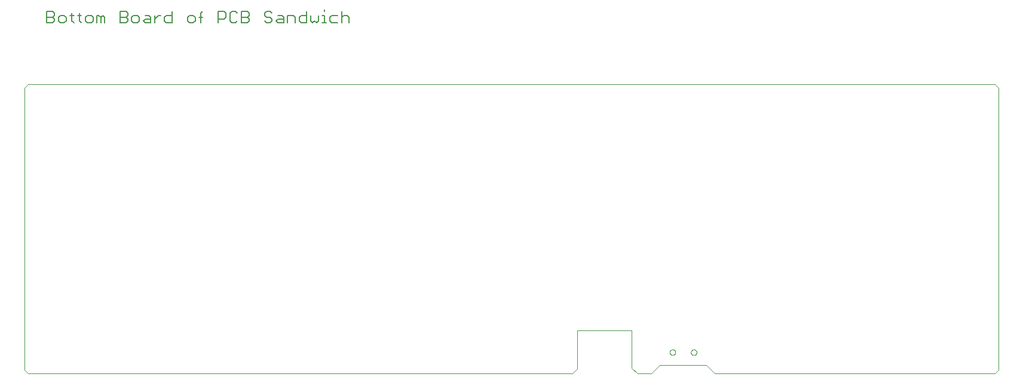
<source format=gbr>
G04 EAGLE Gerber RS-274X export*
G75*
%MOMM*%
%FSLAX34Y34*%
%LPD*%
%IN*%
%IPPOS*%
%AMOC8*
5,1,8,0,0,1.08239X$1,22.5*%
G01*
%ADD10C,0.100000*%
%ADD11C,0.152400*%
%ADD12C,0.000000*%


D10*
X800000Y-385000D02*
X1197000Y-385000D01*
X1202000Y-380000D01*
X1202000Y20000D01*
X1197000Y25000D01*
X-173000Y25000D01*
X-178000Y20000D01*
X-178000Y-380000D01*
X-173000Y-385000D01*
X598000Y-385000D01*
X788000Y-373000D02*
X800000Y-385000D01*
X788000Y-373000D02*
X722000Y-373000D01*
X710000Y-385000D01*
X690000Y-385000D01*
X682000Y-377000D01*
X682000Y-324000D01*
X605000Y-324000D01*
X605000Y-378000D01*
X598000Y-385000D01*
D11*
X-146585Y111762D02*
X-146585Y128032D01*
X-138450Y128032D01*
X-135739Y125320D01*
X-135739Y122609D01*
X-138450Y119897D01*
X-135739Y117185D01*
X-135739Y114474D01*
X-138450Y111762D01*
X-146585Y111762D01*
X-146585Y119897D02*
X-138450Y119897D01*
X-127502Y111762D02*
X-122079Y111762D01*
X-119367Y114474D01*
X-119367Y119897D01*
X-122079Y122609D01*
X-127502Y122609D01*
X-130214Y119897D01*
X-130214Y114474D01*
X-127502Y111762D01*
X-111130Y114474D02*
X-111130Y125320D01*
X-111130Y114474D02*
X-108419Y111762D01*
X-108419Y122609D02*
X-113842Y122609D01*
X-100216Y125320D02*
X-100216Y114474D01*
X-97504Y111762D01*
X-97504Y122609D02*
X-102928Y122609D01*
X-89302Y111762D02*
X-83878Y111762D01*
X-81167Y114474D01*
X-81167Y119897D01*
X-83878Y122609D01*
X-89302Y122609D01*
X-92013Y119897D01*
X-92013Y114474D01*
X-89302Y111762D01*
X-75642Y111762D02*
X-75642Y122609D01*
X-72930Y122609D01*
X-70218Y119897D01*
X-70218Y111762D01*
X-70218Y119897D02*
X-67507Y122609D01*
X-64795Y119897D01*
X-64795Y111762D01*
X-42899Y111762D02*
X-42899Y128032D01*
X-34764Y128032D01*
X-32052Y125320D01*
X-32052Y122609D01*
X-34764Y119897D01*
X-32052Y117185D01*
X-32052Y114474D01*
X-34764Y111762D01*
X-42899Y111762D01*
X-42899Y119897D02*
X-34764Y119897D01*
X-23815Y111762D02*
X-18392Y111762D01*
X-15680Y114474D01*
X-15680Y119897D01*
X-18392Y122609D01*
X-23815Y122609D01*
X-26527Y119897D01*
X-26527Y114474D01*
X-23815Y111762D01*
X-7444Y122609D02*
X-2021Y122609D01*
X691Y119897D01*
X691Y111762D01*
X-7444Y111762D01*
X-10156Y114474D01*
X-7444Y117185D01*
X691Y117185D01*
X6216Y111762D02*
X6216Y122609D01*
X11639Y122609D02*
X6216Y117185D01*
X11639Y122609D02*
X14351Y122609D01*
X30706Y128032D02*
X30706Y111762D01*
X22571Y111762D01*
X19859Y114474D01*
X19859Y119897D01*
X22571Y122609D01*
X30706Y122609D01*
X55314Y111762D02*
X60737Y111762D01*
X63449Y114474D01*
X63449Y119897D01*
X60737Y122609D01*
X55314Y122609D01*
X52602Y119897D01*
X52602Y114474D01*
X55314Y111762D01*
X71685Y111762D02*
X71685Y125320D01*
X74397Y128032D01*
X74397Y119897D02*
X68974Y119897D01*
X96260Y111762D02*
X96260Y128032D01*
X104395Y128032D01*
X107106Y125320D01*
X107106Y119897D01*
X104395Y117185D01*
X96260Y117185D01*
X120766Y128032D02*
X123478Y125320D01*
X120766Y128032D02*
X115343Y128032D01*
X112631Y125320D01*
X112631Y114474D01*
X115343Y111762D01*
X120766Y111762D01*
X123478Y114474D01*
X129003Y111762D02*
X129003Y128032D01*
X137138Y128032D01*
X139849Y125320D01*
X139849Y122609D01*
X137138Y119897D01*
X139849Y117185D01*
X139849Y114474D01*
X137138Y111762D01*
X129003Y111762D01*
X129003Y119897D02*
X137138Y119897D01*
X169881Y128032D02*
X172593Y125320D01*
X169881Y128032D02*
X164458Y128032D01*
X161746Y125320D01*
X161746Y122609D01*
X164458Y119897D01*
X169881Y119897D01*
X172593Y117185D01*
X172593Y114474D01*
X169881Y111762D01*
X164458Y111762D01*
X161746Y114474D01*
X180829Y122609D02*
X186252Y122609D01*
X188964Y119897D01*
X188964Y111762D01*
X180829Y111762D01*
X178117Y114474D01*
X180829Y117185D01*
X188964Y117185D01*
X194489Y111762D02*
X194489Y122609D01*
X202624Y122609D01*
X205336Y119897D01*
X205336Y111762D01*
X221707Y111762D02*
X221707Y128032D01*
X221707Y111762D02*
X213572Y111762D01*
X210861Y114474D01*
X210861Y119897D01*
X213572Y122609D01*
X221707Y122609D01*
X227232Y122609D02*
X227232Y114474D01*
X229944Y111762D01*
X232655Y114474D01*
X235367Y111762D01*
X238079Y114474D01*
X238079Y122609D01*
X243604Y122609D02*
X246315Y122609D01*
X246315Y111762D01*
X243604Y111762D02*
X249027Y111762D01*
X246315Y128032D02*
X246315Y130744D01*
X257230Y122609D02*
X265365Y122609D01*
X257230Y122609D02*
X254518Y119897D01*
X254518Y114474D01*
X257230Y111762D01*
X265365Y111762D01*
X270890Y111762D02*
X270890Y128032D01*
X273601Y122609D02*
X270890Y119897D01*
X273601Y122609D02*
X279025Y122609D01*
X281736Y119897D01*
X281736Y111762D01*
D12*
X736000Y-355000D02*
X736002Y-354874D01*
X736008Y-354748D01*
X736018Y-354622D01*
X736032Y-354496D01*
X736050Y-354371D01*
X736072Y-354247D01*
X736097Y-354123D01*
X736127Y-354000D01*
X736160Y-353879D01*
X736198Y-353758D01*
X736239Y-353639D01*
X736284Y-353520D01*
X736332Y-353404D01*
X736384Y-353289D01*
X736440Y-353176D01*
X736500Y-353064D01*
X736563Y-352955D01*
X736629Y-352847D01*
X736698Y-352742D01*
X736771Y-352639D01*
X736848Y-352538D01*
X736927Y-352440D01*
X737009Y-352344D01*
X737095Y-352251D01*
X737183Y-352160D01*
X737274Y-352073D01*
X737368Y-351988D01*
X737464Y-351907D01*
X737563Y-351828D01*
X737664Y-351753D01*
X737768Y-351681D01*
X737874Y-351612D01*
X737982Y-351546D01*
X738092Y-351484D01*
X738204Y-351426D01*
X738317Y-351371D01*
X738433Y-351320D01*
X738550Y-351272D01*
X738668Y-351228D01*
X738788Y-351188D01*
X738909Y-351152D01*
X739031Y-351119D01*
X739154Y-351090D01*
X739278Y-351066D01*
X739402Y-351045D01*
X739527Y-351028D01*
X739653Y-351015D01*
X739779Y-351006D01*
X739905Y-351001D01*
X740032Y-351000D01*
X740158Y-351003D01*
X740284Y-351010D01*
X740410Y-351021D01*
X740535Y-351036D01*
X740660Y-351055D01*
X740784Y-351078D01*
X740908Y-351104D01*
X741030Y-351135D01*
X741152Y-351169D01*
X741272Y-351208D01*
X741391Y-351250D01*
X741509Y-351295D01*
X741625Y-351345D01*
X741740Y-351398D01*
X741852Y-351455D01*
X741963Y-351515D01*
X742072Y-351579D01*
X742179Y-351646D01*
X742284Y-351716D01*
X742387Y-351790D01*
X742487Y-351867D01*
X742585Y-351947D01*
X742680Y-352030D01*
X742772Y-352116D01*
X742862Y-352205D01*
X742949Y-352297D01*
X743032Y-352391D01*
X743113Y-352488D01*
X743191Y-352588D01*
X743266Y-352690D01*
X743337Y-352794D01*
X743405Y-352901D01*
X743469Y-353009D01*
X743530Y-353120D01*
X743588Y-353232D01*
X743642Y-353346D01*
X743692Y-353462D01*
X743739Y-353579D01*
X743782Y-353698D01*
X743821Y-353818D01*
X743857Y-353939D01*
X743888Y-354062D01*
X743916Y-354185D01*
X743940Y-354309D01*
X743960Y-354434D01*
X743976Y-354559D01*
X743988Y-354685D01*
X743996Y-354811D01*
X744000Y-354937D01*
X744000Y-355063D01*
X743996Y-355189D01*
X743988Y-355315D01*
X743976Y-355441D01*
X743960Y-355566D01*
X743940Y-355691D01*
X743916Y-355815D01*
X743888Y-355938D01*
X743857Y-356061D01*
X743821Y-356182D01*
X743782Y-356302D01*
X743739Y-356421D01*
X743692Y-356538D01*
X743642Y-356654D01*
X743588Y-356768D01*
X743530Y-356880D01*
X743469Y-356991D01*
X743405Y-357099D01*
X743337Y-357206D01*
X743266Y-357310D01*
X743191Y-357412D01*
X743113Y-357512D01*
X743032Y-357609D01*
X742949Y-357703D01*
X742862Y-357795D01*
X742772Y-357884D01*
X742680Y-357970D01*
X742585Y-358053D01*
X742487Y-358133D01*
X742387Y-358210D01*
X742284Y-358284D01*
X742179Y-358354D01*
X742072Y-358421D01*
X741963Y-358485D01*
X741852Y-358545D01*
X741740Y-358602D01*
X741625Y-358655D01*
X741509Y-358705D01*
X741391Y-358750D01*
X741272Y-358792D01*
X741152Y-358831D01*
X741030Y-358865D01*
X740908Y-358896D01*
X740784Y-358922D01*
X740660Y-358945D01*
X740535Y-358964D01*
X740410Y-358979D01*
X740284Y-358990D01*
X740158Y-358997D01*
X740032Y-359000D01*
X739905Y-358999D01*
X739779Y-358994D01*
X739653Y-358985D01*
X739527Y-358972D01*
X739402Y-358955D01*
X739278Y-358934D01*
X739154Y-358910D01*
X739031Y-358881D01*
X738909Y-358848D01*
X738788Y-358812D01*
X738668Y-358772D01*
X738550Y-358728D01*
X738433Y-358680D01*
X738317Y-358629D01*
X738204Y-358574D01*
X738092Y-358516D01*
X737982Y-358454D01*
X737874Y-358388D01*
X737768Y-358319D01*
X737664Y-358247D01*
X737563Y-358172D01*
X737464Y-358093D01*
X737368Y-358012D01*
X737274Y-357927D01*
X737183Y-357840D01*
X737095Y-357749D01*
X737009Y-357656D01*
X736927Y-357560D01*
X736848Y-357462D01*
X736771Y-357361D01*
X736698Y-357258D01*
X736629Y-357153D01*
X736563Y-357045D01*
X736500Y-356936D01*
X736440Y-356824D01*
X736384Y-356711D01*
X736332Y-356596D01*
X736284Y-356480D01*
X736239Y-356361D01*
X736198Y-356242D01*
X736160Y-356121D01*
X736127Y-356000D01*
X736097Y-355877D01*
X736072Y-355753D01*
X736050Y-355629D01*
X736032Y-355504D01*
X736018Y-355378D01*
X736008Y-355252D01*
X736002Y-355126D01*
X736000Y-355000D01*
X766000Y-355000D02*
X766002Y-354874D01*
X766008Y-354748D01*
X766018Y-354622D01*
X766032Y-354496D01*
X766050Y-354371D01*
X766072Y-354247D01*
X766097Y-354123D01*
X766127Y-354000D01*
X766160Y-353879D01*
X766198Y-353758D01*
X766239Y-353639D01*
X766284Y-353520D01*
X766332Y-353404D01*
X766384Y-353289D01*
X766440Y-353176D01*
X766500Y-353064D01*
X766563Y-352955D01*
X766629Y-352847D01*
X766698Y-352742D01*
X766771Y-352639D01*
X766848Y-352538D01*
X766927Y-352440D01*
X767009Y-352344D01*
X767095Y-352251D01*
X767183Y-352160D01*
X767274Y-352073D01*
X767368Y-351988D01*
X767464Y-351907D01*
X767563Y-351828D01*
X767664Y-351753D01*
X767768Y-351681D01*
X767874Y-351612D01*
X767982Y-351546D01*
X768092Y-351484D01*
X768204Y-351426D01*
X768317Y-351371D01*
X768433Y-351320D01*
X768550Y-351272D01*
X768668Y-351228D01*
X768788Y-351188D01*
X768909Y-351152D01*
X769031Y-351119D01*
X769154Y-351090D01*
X769278Y-351066D01*
X769402Y-351045D01*
X769527Y-351028D01*
X769653Y-351015D01*
X769779Y-351006D01*
X769905Y-351001D01*
X770032Y-351000D01*
X770158Y-351003D01*
X770284Y-351010D01*
X770410Y-351021D01*
X770535Y-351036D01*
X770660Y-351055D01*
X770784Y-351078D01*
X770908Y-351104D01*
X771030Y-351135D01*
X771152Y-351169D01*
X771272Y-351208D01*
X771391Y-351250D01*
X771509Y-351295D01*
X771625Y-351345D01*
X771740Y-351398D01*
X771852Y-351455D01*
X771963Y-351515D01*
X772072Y-351579D01*
X772179Y-351646D01*
X772284Y-351716D01*
X772387Y-351790D01*
X772487Y-351867D01*
X772585Y-351947D01*
X772680Y-352030D01*
X772772Y-352116D01*
X772862Y-352205D01*
X772949Y-352297D01*
X773032Y-352391D01*
X773113Y-352488D01*
X773191Y-352588D01*
X773266Y-352690D01*
X773337Y-352794D01*
X773405Y-352901D01*
X773469Y-353009D01*
X773530Y-353120D01*
X773588Y-353232D01*
X773642Y-353346D01*
X773692Y-353462D01*
X773739Y-353579D01*
X773782Y-353698D01*
X773821Y-353818D01*
X773857Y-353939D01*
X773888Y-354062D01*
X773916Y-354185D01*
X773940Y-354309D01*
X773960Y-354434D01*
X773976Y-354559D01*
X773988Y-354685D01*
X773996Y-354811D01*
X774000Y-354937D01*
X774000Y-355063D01*
X773996Y-355189D01*
X773988Y-355315D01*
X773976Y-355441D01*
X773960Y-355566D01*
X773940Y-355691D01*
X773916Y-355815D01*
X773888Y-355938D01*
X773857Y-356061D01*
X773821Y-356182D01*
X773782Y-356302D01*
X773739Y-356421D01*
X773692Y-356538D01*
X773642Y-356654D01*
X773588Y-356768D01*
X773530Y-356880D01*
X773469Y-356991D01*
X773405Y-357099D01*
X773337Y-357206D01*
X773266Y-357310D01*
X773191Y-357412D01*
X773113Y-357512D01*
X773032Y-357609D01*
X772949Y-357703D01*
X772862Y-357795D01*
X772772Y-357884D01*
X772680Y-357970D01*
X772585Y-358053D01*
X772487Y-358133D01*
X772387Y-358210D01*
X772284Y-358284D01*
X772179Y-358354D01*
X772072Y-358421D01*
X771963Y-358485D01*
X771852Y-358545D01*
X771740Y-358602D01*
X771625Y-358655D01*
X771509Y-358705D01*
X771391Y-358750D01*
X771272Y-358792D01*
X771152Y-358831D01*
X771030Y-358865D01*
X770908Y-358896D01*
X770784Y-358922D01*
X770660Y-358945D01*
X770535Y-358964D01*
X770410Y-358979D01*
X770284Y-358990D01*
X770158Y-358997D01*
X770032Y-359000D01*
X769905Y-358999D01*
X769779Y-358994D01*
X769653Y-358985D01*
X769527Y-358972D01*
X769402Y-358955D01*
X769278Y-358934D01*
X769154Y-358910D01*
X769031Y-358881D01*
X768909Y-358848D01*
X768788Y-358812D01*
X768668Y-358772D01*
X768550Y-358728D01*
X768433Y-358680D01*
X768317Y-358629D01*
X768204Y-358574D01*
X768092Y-358516D01*
X767982Y-358454D01*
X767874Y-358388D01*
X767768Y-358319D01*
X767664Y-358247D01*
X767563Y-358172D01*
X767464Y-358093D01*
X767368Y-358012D01*
X767274Y-357927D01*
X767183Y-357840D01*
X767095Y-357749D01*
X767009Y-357656D01*
X766927Y-357560D01*
X766848Y-357462D01*
X766771Y-357361D01*
X766698Y-357258D01*
X766629Y-357153D01*
X766563Y-357045D01*
X766500Y-356936D01*
X766440Y-356824D01*
X766384Y-356711D01*
X766332Y-356596D01*
X766284Y-356480D01*
X766239Y-356361D01*
X766198Y-356242D01*
X766160Y-356121D01*
X766127Y-356000D01*
X766097Y-355877D01*
X766072Y-355753D01*
X766050Y-355629D01*
X766032Y-355504D01*
X766018Y-355378D01*
X766008Y-355252D01*
X766002Y-355126D01*
X766000Y-355000D01*
M02*

</source>
